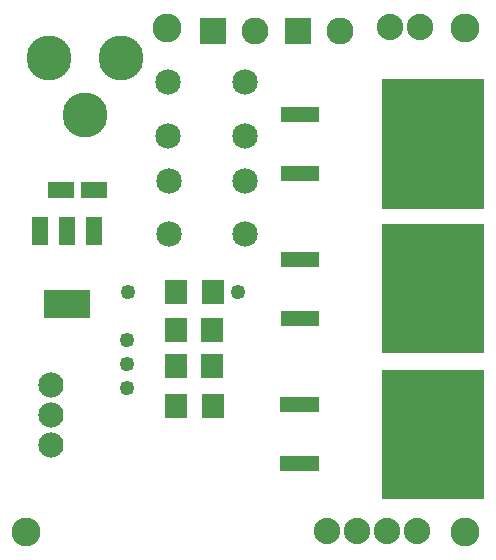
<source format=gts>
G04 MADE WITH FRITZING*
G04 WWW.FRITZING.ORG*
G04 DOUBLE SIDED*
G04 HOLES PLATED*
G04 CONTOUR ON CENTER OF CONTOUR VECTOR*
%ASAXBY*%
%FSLAX23Y23*%
%MOIN*%
%OFA0B0*%
%SFA1.0B1.0*%
%ADD10C,0.088000*%
%ADD11C,0.049370*%
%ADD12C,0.085000*%
%ADD13C,0.096614*%
%ADD14C,0.084000*%
%ADD15C,0.150000*%
%ADD16C,0.090000*%
%ADD17R,0.072992X0.084803*%
%ADD18R,0.088740X0.057244*%
%ADD19R,0.058000X0.098000*%
%ADD20R,0.151732X0.096614*%
%ADD21R,0.090000X0.090000*%
%ADD22R,0.001000X0.001000*%
%LNMASK1*%
G90*
G70*
G54D10*
X1387Y86D03*
X1287Y86D03*
X1187Y86D03*
X1087Y86D03*
G54D11*
X422Y724D03*
X422Y644D03*
X422Y563D03*
G54D12*
X814Y1404D03*
X559Y1404D03*
X814Y1581D03*
X559Y1581D03*
X815Y1076D03*
X560Y1076D03*
X815Y1253D03*
X560Y1253D03*
G54D11*
X791Y882D03*
X425Y882D03*
G54D13*
X1548Y1763D03*
X1547Y82D03*
X86Y84D03*
X555Y1764D03*
G54D14*
X168Y574D03*
X168Y474D03*
X168Y374D03*
X168Y574D03*
X168Y474D03*
X168Y374D03*
G54D15*
X401Y1661D03*
X161Y1661D03*
X281Y1471D03*
G54D16*
X993Y1753D03*
X1131Y1753D03*
X709Y1752D03*
X847Y1752D03*
G54D10*
X1399Y1766D03*
X1299Y1766D03*
X1399Y1766D03*
X1299Y1766D03*
G54D17*
X706Y755D03*
X584Y755D03*
X706Y637D03*
X584Y637D03*
X707Y504D03*
X585Y504D03*
X585Y883D03*
X707Y883D03*
G54D18*
X200Y1224D03*
X310Y1224D03*
G54D19*
X312Y1086D03*
X221Y1086D03*
X130Y1086D03*
G54D20*
X221Y842D03*
G54D21*
X993Y1753D03*
X709Y1752D03*
G54D22*
X1272Y1591D02*
X1612Y1591D01*
X1272Y1590D02*
X1612Y1590D01*
X1272Y1589D02*
X1612Y1589D01*
X1272Y1588D02*
X1612Y1588D01*
X1272Y1587D02*
X1612Y1587D01*
X1272Y1586D02*
X1612Y1586D01*
X1272Y1585D02*
X1612Y1585D01*
X1272Y1584D02*
X1612Y1584D01*
X1272Y1583D02*
X1612Y1583D01*
X1272Y1582D02*
X1612Y1582D01*
X1272Y1581D02*
X1612Y1581D01*
X1272Y1580D02*
X1612Y1580D01*
X1272Y1579D02*
X1612Y1579D01*
X1272Y1578D02*
X1612Y1578D01*
X1272Y1577D02*
X1612Y1577D01*
X1272Y1576D02*
X1612Y1576D01*
X1272Y1575D02*
X1612Y1575D01*
X1272Y1574D02*
X1612Y1574D01*
X1272Y1573D02*
X1612Y1573D01*
X1272Y1572D02*
X1612Y1572D01*
X1272Y1571D02*
X1612Y1571D01*
X1272Y1570D02*
X1612Y1570D01*
X1272Y1569D02*
X1612Y1569D01*
X1272Y1568D02*
X1612Y1568D01*
X1272Y1567D02*
X1612Y1567D01*
X1272Y1566D02*
X1612Y1566D01*
X1272Y1565D02*
X1612Y1565D01*
X1272Y1564D02*
X1612Y1564D01*
X1272Y1563D02*
X1612Y1563D01*
X1272Y1562D02*
X1612Y1562D01*
X1272Y1561D02*
X1612Y1561D01*
X1272Y1560D02*
X1612Y1560D01*
X1272Y1559D02*
X1612Y1559D01*
X1272Y1558D02*
X1612Y1558D01*
X1272Y1557D02*
X1612Y1557D01*
X1272Y1556D02*
X1612Y1556D01*
X1272Y1555D02*
X1612Y1555D01*
X1272Y1554D02*
X1612Y1554D01*
X1272Y1553D02*
X1612Y1553D01*
X1272Y1552D02*
X1612Y1552D01*
X1272Y1551D02*
X1612Y1551D01*
X1272Y1550D02*
X1612Y1550D01*
X1272Y1549D02*
X1612Y1549D01*
X1272Y1548D02*
X1612Y1548D01*
X1272Y1547D02*
X1612Y1547D01*
X1272Y1546D02*
X1612Y1546D01*
X1272Y1545D02*
X1612Y1545D01*
X1272Y1544D02*
X1612Y1544D01*
X1272Y1543D02*
X1612Y1543D01*
X1272Y1542D02*
X1612Y1542D01*
X1272Y1541D02*
X1612Y1541D01*
X1272Y1540D02*
X1612Y1540D01*
X1272Y1539D02*
X1612Y1539D01*
X1272Y1538D02*
X1612Y1538D01*
X1272Y1537D02*
X1612Y1537D01*
X1272Y1536D02*
X1612Y1536D01*
X1272Y1535D02*
X1612Y1535D01*
X1272Y1534D02*
X1612Y1534D01*
X1272Y1533D02*
X1612Y1533D01*
X1272Y1532D02*
X1612Y1532D01*
X1272Y1531D02*
X1612Y1531D01*
X1272Y1530D02*
X1612Y1530D01*
X1272Y1529D02*
X1612Y1529D01*
X1272Y1528D02*
X1612Y1528D01*
X1272Y1527D02*
X1612Y1527D01*
X1272Y1526D02*
X1612Y1526D01*
X1272Y1525D02*
X1612Y1525D01*
X1272Y1524D02*
X1612Y1524D01*
X1272Y1523D02*
X1612Y1523D01*
X1272Y1522D02*
X1612Y1522D01*
X1272Y1521D02*
X1612Y1521D01*
X1272Y1520D02*
X1612Y1520D01*
X1272Y1519D02*
X1612Y1519D01*
X1272Y1518D02*
X1612Y1518D01*
X1272Y1517D02*
X1612Y1517D01*
X1272Y1516D02*
X1612Y1516D01*
X1272Y1515D02*
X1612Y1515D01*
X1272Y1514D02*
X1612Y1514D01*
X1272Y1513D02*
X1612Y1513D01*
X1272Y1512D02*
X1612Y1512D01*
X1272Y1511D02*
X1612Y1511D01*
X1272Y1510D02*
X1612Y1510D01*
X1272Y1509D02*
X1612Y1509D01*
X1272Y1508D02*
X1612Y1508D01*
X1272Y1507D02*
X1612Y1507D01*
X1272Y1506D02*
X1612Y1506D01*
X1272Y1505D02*
X1612Y1505D01*
X1272Y1504D02*
X1612Y1504D01*
X1272Y1503D02*
X1612Y1503D01*
X1272Y1502D02*
X1612Y1502D01*
X1272Y1501D02*
X1612Y1501D01*
X1272Y1500D02*
X1612Y1500D01*
X934Y1499D02*
X1060Y1499D01*
X1272Y1499D02*
X1612Y1499D01*
X934Y1498D02*
X1061Y1498D01*
X1272Y1498D02*
X1612Y1498D01*
X934Y1497D02*
X1061Y1497D01*
X1272Y1497D02*
X1612Y1497D01*
X934Y1496D02*
X1061Y1496D01*
X1272Y1496D02*
X1612Y1496D01*
X934Y1495D02*
X1061Y1495D01*
X1272Y1495D02*
X1612Y1495D01*
X934Y1494D02*
X1061Y1494D01*
X1272Y1494D02*
X1612Y1494D01*
X934Y1493D02*
X1061Y1493D01*
X1272Y1493D02*
X1612Y1493D01*
X934Y1492D02*
X1061Y1492D01*
X1272Y1492D02*
X1612Y1492D01*
X934Y1491D02*
X1061Y1491D01*
X1272Y1491D02*
X1612Y1491D01*
X934Y1490D02*
X1061Y1490D01*
X1272Y1490D02*
X1612Y1490D01*
X934Y1489D02*
X1061Y1489D01*
X1272Y1489D02*
X1612Y1489D01*
X934Y1488D02*
X1061Y1488D01*
X1272Y1488D02*
X1612Y1488D01*
X934Y1487D02*
X1061Y1487D01*
X1272Y1487D02*
X1612Y1487D01*
X934Y1486D02*
X1061Y1486D01*
X1272Y1486D02*
X1612Y1486D01*
X934Y1485D02*
X1061Y1485D01*
X1272Y1485D02*
X1612Y1485D01*
X934Y1484D02*
X1061Y1484D01*
X1272Y1484D02*
X1612Y1484D01*
X934Y1483D02*
X1061Y1483D01*
X1272Y1483D02*
X1612Y1483D01*
X934Y1482D02*
X1061Y1482D01*
X1272Y1482D02*
X1612Y1482D01*
X934Y1481D02*
X1061Y1481D01*
X1272Y1481D02*
X1612Y1481D01*
X934Y1480D02*
X1061Y1480D01*
X1272Y1480D02*
X1612Y1480D01*
X934Y1479D02*
X1061Y1479D01*
X1272Y1479D02*
X1612Y1479D01*
X934Y1478D02*
X1061Y1478D01*
X1272Y1478D02*
X1612Y1478D01*
X934Y1477D02*
X1061Y1477D01*
X1272Y1477D02*
X1612Y1477D01*
X934Y1476D02*
X1061Y1476D01*
X1272Y1476D02*
X1612Y1476D01*
X934Y1475D02*
X1061Y1475D01*
X1272Y1475D02*
X1612Y1475D01*
X934Y1474D02*
X1061Y1474D01*
X1272Y1474D02*
X1612Y1474D01*
X934Y1473D02*
X1061Y1473D01*
X1272Y1473D02*
X1612Y1473D01*
X934Y1472D02*
X1061Y1472D01*
X1272Y1472D02*
X1612Y1472D01*
X934Y1471D02*
X1061Y1471D01*
X1272Y1471D02*
X1612Y1471D01*
X934Y1470D02*
X1061Y1470D01*
X1272Y1470D02*
X1612Y1470D01*
X934Y1469D02*
X1061Y1469D01*
X1272Y1469D02*
X1612Y1469D01*
X934Y1468D02*
X1061Y1468D01*
X1272Y1468D02*
X1612Y1468D01*
X934Y1467D02*
X1061Y1467D01*
X1272Y1467D02*
X1612Y1467D01*
X934Y1466D02*
X1061Y1466D01*
X1272Y1466D02*
X1612Y1466D01*
X934Y1465D02*
X1061Y1465D01*
X1272Y1465D02*
X1612Y1465D01*
X934Y1464D02*
X1061Y1464D01*
X1272Y1464D02*
X1612Y1464D01*
X934Y1463D02*
X1061Y1463D01*
X1272Y1463D02*
X1612Y1463D01*
X934Y1462D02*
X1061Y1462D01*
X1272Y1462D02*
X1612Y1462D01*
X934Y1461D02*
X1061Y1461D01*
X1272Y1461D02*
X1612Y1461D01*
X934Y1460D02*
X1061Y1460D01*
X1272Y1460D02*
X1612Y1460D01*
X934Y1459D02*
X1061Y1459D01*
X1272Y1459D02*
X1612Y1459D01*
X934Y1458D02*
X1061Y1458D01*
X1272Y1458D02*
X1612Y1458D01*
X934Y1457D02*
X1061Y1457D01*
X1272Y1457D02*
X1612Y1457D01*
X934Y1456D02*
X1061Y1456D01*
X1272Y1456D02*
X1612Y1456D01*
X934Y1455D02*
X1061Y1455D01*
X1272Y1455D02*
X1612Y1455D01*
X934Y1454D02*
X1061Y1454D01*
X1272Y1454D02*
X1612Y1454D01*
X934Y1453D02*
X1061Y1453D01*
X1272Y1453D02*
X1612Y1453D01*
X934Y1452D02*
X1061Y1452D01*
X1272Y1452D02*
X1612Y1452D01*
X934Y1451D02*
X1061Y1451D01*
X1272Y1451D02*
X1612Y1451D01*
X934Y1450D02*
X1060Y1450D01*
X1272Y1450D02*
X1612Y1450D01*
X1272Y1449D02*
X1612Y1449D01*
X1272Y1448D02*
X1612Y1448D01*
X1272Y1447D02*
X1612Y1447D01*
X1272Y1446D02*
X1612Y1446D01*
X1272Y1445D02*
X1612Y1445D01*
X1272Y1444D02*
X1612Y1444D01*
X1272Y1443D02*
X1612Y1443D01*
X1272Y1442D02*
X1612Y1442D01*
X1272Y1441D02*
X1612Y1441D01*
X1272Y1440D02*
X1612Y1440D01*
X1272Y1439D02*
X1612Y1439D01*
X1272Y1438D02*
X1612Y1438D01*
X1272Y1437D02*
X1612Y1437D01*
X1272Y1436D02*
X1612Y1436D01*
X1272Y1435D02*
X1612Y1435D01*
X1272Y1434D02*
X1612Y1434D01*
X1272Y1433D02*
X1612Y1433D01*
X1272Y1432D02*
X1612Y1432D01*
X1272Y1431D02*
X1612Y1431D01*
X1272Y1430D02*
X1612Y1430D01*
X1272Y1429D02*
X1612Y1429D01*
X1272Y1428D02*
X1612Y1428D01*
X1272Y1427D02*
X1612Y1427D01*
X1272Y1426D02*
X1612Y1426D01*
X1272Y1425D02*
X1612Y1425D01*
X1272Y1424D02*
X1612Y1424D01*
X1272Y1423D02*
X1612Y1423D01*
X1272Y1422D02*
X1612Y1422D01*
X1272Y1421D02*
X1612Y1421D01*
X1272Y1420D02*
X1612Y1420D01*
X1272Y1419D02*
X1612Y1419D01*
X1272Y1418D02*
X1612Y1418D01*
X1272Y1417D02*
X1612Y1417D01*
X1272Y1416D02*
X1612Y1416D01*
X1272Y1415D02*
X1612Y1415D01*
X1272Y1414D02*
X1612Y1414D01*
X1272Y1413D02*
X1612Y1413D01*
X1272Y1412D02*
X1612Y1412D01*
X1272Y1411D02*
X1612Y1411D01*
X1272Y1410D02*
X1612Y1410D01*
X1272Y1409D02*
X1612Y1409D01*
X1272Y1408D02*
X1612Y1408D01*
X1272Y1407D02*
X1612Y1407D01*
X1272Y1406D02*
X1612Y1406D01*
X1272Y1405D02*
X1612Y1405D01*
X1272Y1404D02*
X1612Y1404D01*
X1272Y1403D02*
X1612Y1403D01*
X1272Y1402D02*
X1612Y1402D01*
X1272Y1401D02*
X1612Y1401D01*
X1272Y1400D02*
X1612Y1400D01*
X1272Y1399D02*
X1612Y1399D01*
X1272Y1398D02*
X1612Y1398D01*
X1272Y1397D02*
X1612Y1397D01*
X1272Y1396D02*
X1612Y1396D01*
X1272Y1395D02*
X1612Y1395D01*
X1272Y1394D02*
X1612Y1394D01*
X1272Y1393D02*
X1612Y1393D01*
X1272Y1392D02*
X1612Y1392D01*
X1272Y1391D02*
X1612Y1391D01*
X1272Y1390D02*
X1612Y1390D01*
X1272Y1389D02*
X1612Y1389D01*
X1272Y1388D02*
X1612Y1388D01*
X1272Y1387D02*
X1612Y1387D01*
X1272Y1386D02*
X1612Y1386D01*
X1272Y1385D02*
X1612Y1385D01*
X1272Y1384D02*
X1612Y1384D01*
X1272Y1383D02*
X1612Y1383D01*
X1272Y1382D02*
X1612Y1382D01*
X1272Y1381D02*
X1612Y1381D01*
X1272Y1380D02*
X1612Y1380D01*
X1272Y1379D02*
X1612Y1379D01*
X1272Y1378D02*
X1612Y1378D01*
X1272Y1377D02*
X1612Y1377D01*
X1272Y1376D02*
X1612Y1376D01*
X1272Y1375D02*
X1612Y1375D01*
X1272Y1374D02*
X1612Y1374D01*
X1272Y1373D02*
X1612Y1373D01*
X1272Y1372D02*
X1612Y1372D01*
X1272Y1371D02*
X1612Y1371D01*
X1272Y1370D02*
X1612Y1370D01*
X1272Y1369D02*
X1612Y1369D01*
X1272Y1368D02*
X1612Y1368D01*
X1272Y1367D02*
X1612Y1367D01*
X1272Y1366D02*
X1612Y1366D01*
X1272Y1365D02*
X1612Y1365D01*
X1272Y1364D02*
X1612Y1364D01*
X1272Y1363D02*
X1612Y1363D01*
X1272Y1362D02*
X1612Y1362D01*
X1272Y1361D02*
X1612Y1361D01*
X1272Y1360D02*
X1612Y1360D01*
X1272Y1359D02*
X1612Y1359D01*
X1272Y1358D02*
X1612Y1358D01*
X1272Y1357D02*
X1612Y1357D01*
X1272Y1356D02*
X1612Y1356D01*
X1272Y1355D02*
X1612Y1355D01*
X1272Y1354D02*
X1612Y1354D01*
X1272Y1353D02*
X1612Y1353D01*
X1272Y1352D02*
X1612Y1352D01*
X1272Y1351D02*
X1612Y1351D01*
X1272Y1350D02*
X1612Y1350D01*
X1272Y1349D02*
X1612Y1349D01*
X1272Y1348D02*
X1612Y1348D01*
X1272Y1347D02*
X1612Y1347D01*
X1272Y1346D02*
X1612Y1346D01*
X1272Y1345D02*
X1612Y1345D01*
X1272Y1344D02*
X1612Y1344D01*
X1272Y1343D02*
X1612Y1343D01*
X1272Y1342D02*
X1612Y1342D01*
X1272Y1341D02*
X1612Y1341D01*
X1272Y1340D02*
X1612Y1340D01*
X1272Y1339D02*
X1612Y1339D01*
X1272Y1338D02*
X1612Y1338D01*
X1272Y1337D02*
X1612Y1337D01*
X1272Y1336D02*
X1612Y1336D01*
X1272Y1335D02*
X1612Y1335D01*
X1272Y1334D02*
X1612Y1334D01*
X1272Y1333D02*
X1612Y1333D01*
X1272Y1332D02*
X1612Y1332D01*
X1272Y1331D02*
X1612Y1331D01*
X1272Y1330D02*
X1612Y1330D01*
X1272Y1329D02*
X1612Y1329D01*
X1272Y1328D02*
X1612Y1328D01*
X1272Y1327D02*
X1612Y1327D01*
X1272Y1326D02*
X1612Y1326D01*
X1272Y1325D02*
X1612Y1325D01*
X1272Y1324D02*
X1612Y1324D01*
X1272Y1323D02*
X1612Y1323D01*
X1272Y1322D02*
X1612Y1322D01*
X1272Y1321D02*
X1612Y1321D01*
X1272Y1320D02*
X1612Y1320D01*
X1272Y1319D02*
X1612Y1319D01*
X1272Y1318D02*
X1612Y1318D01*
X1272Y1317D02*
X1612Y1317D01*
X1272Y1316D02*
X1612Y1316D01*
X1272Y1315D02*
X1612Y1315D01*
X1272Y1314D02*
X1612Y1314D01*
X1272Y1313D02*
X1612Y1313D01*
X1272Y1312D02*
X1612Y1312D01*
X1272Y1311D02*
X1612Y1311D01*
X1272Y1310D02*
X1612Y1310D01*
X1272Y1309D02*
X1612Y1309D01*
X1272Y1308D02*
X1612Y1308D01*
X1272Y1307D02*
X1612Y1307D01*
X1272Y1306D02*
X1612Y1306D01*
X1272Y1305D02*
X1612Y1305D01*
X1272Y1304D02*
X1612Y1304D01*
X1272Y1303D02*
X1612Y1303D01*
X934Y1302D02*
X1061Y1302D01*
X1272Y1302D02*
X1612Y1302D01*
X934Y1301D02*
X1061Y1301D01*
X1272Y1301D02*
X1612Y1301D01*
X934Y1300D02*
X1061Y1300D01*
X1272Y1300D02*
X1612Y1300D01*
X934Y1299D02*
X1061Y1299D01*
X1272Y1299D02*
X1612Y1299D01*
X934Y1298D02*
X1061Y1298D01*
X1272Y1298D02*
X1612Y1298D01*
X934Y1297D02*
X1061Y1297D01*
X1272Y1297D02*
X1612Y1297D01*
X934Y1296D02*
X1061Y1296D01*
X1272Y1296D02*
X1612Y1296D01*
X934Y1295D02*
X1061Y1295D01*
X1272Y1295D02*
X1612Y1295D01*
X934Y1294D02*
X1061Y1294D01*
X1272Y1294D02*
X1612Y1294D01*
X934Y1293D02*
X1061Y1293D01*
X1272Y1293D02*
X1612Y1293D01*
X934Y1292D02*
X1061Y1292D01*
X1272Y1292D02*
X1612Y1292D01*
X934Y1291D02*
X1061Y1291D01*
X1272Y1291D02*
X1612Y1291D01*
X934Y1290D02*
X1061Y1290D01*
X1272Y1290D02*
X1612Y1290D01*
X934Y1289D02*
X1061Y1289D01*
X1272Y1289D02*
X1612Y1289D01*
X934Y1288D02*
X1061Y1288D01*
X1272Y1288D02*
X1612Y1288D01*
X934Y1287D02*
X1061Y1287D01*
X1272Y1287D02*
X1612Y1287D01*
X934Y1286D02*
X1061Y1286D01*
X1272Y1286D02*
X1612Y1286D01*
X934Y1285D02*
X1061Y1285D01*
X1272Y1285D02*
X1612Y1285D01*
X934Y1284D02*
X1061Y1284D01*
X1272Y1284D02*
X1612Y1284D01*
X934Y1283D02*
X1061Y1283D01*
X1272Y1283D02*
X1612Y1283D01*
X934Y1282D02*
X1061Y1282D01*
X1272Y1282D02*
X1612Y1282D01*
X934Y1281D02*
X1061Y1281D01*
X1272Y1281D02*
X1612Y1281D01*
X934Y1280D02*
X1061Y1280D01*
X1272Y1280D02*
X1612Y1280D01*
X934Y1279D02*
X1061Y1279D01*
X1272Y1279D02*
X1612Y1279D01*
X934Y1278D02*
X1061Y1278D01*
X1272Y1278D02*
X1612Y1278D01*
X934Y1277D02*
X1061Y1277D01*
X1272Y1277D02*
X1612Y1277D01*
X934Y1276D02*
X1061Y1276D01*
X1272Y1276D02*
X1612Y1276D01*
X934Y1275D02*
X1061Y1275D01*
X1272Y1275D02*
X1612Y1275D01*
X934Y1274D02*
X1061Y1274D01*
X1272Y1274D02*
X1612Y1274D01*
X934Y1273D02*
X1061Y1273D01*
X1272Y1273D02*
X1612Y1273D01*
X934Y1272D02*
X1061Y1272D01*
X1272Y1272D02*
X1612Y1272D01*
X934Y1271D02*
X1061Y1271D01*
X1272Y1271D02*
X1612Y1271D01*
X934Y1270D02*
X1061Y1270D01*
X1272Y1270D02*
X1612Y1270D01*
X934Y1269D02*
X1061Y1269D01*
X1272Y1269D02*
X1612Y1269D01*
X934Y1268D02*
X1061Y1268D01*
X1272Y1268D02*
X1612Y1268D01*
X934Y1267D02*
X1061Y1267D01*
X1272Y1267D02*
X1612Y1267D01*
X934Y1266D02*
X1061Y1266D01*
X1272Y1266D02*
X1612Y1266D01*
X934Y1265D02*
X1061Y1265D01*
X1272Y1265D02*
X1612Y1265D01*
X934Y1264D02*
X1061Y1264D01*
X1272Y1264D02*
X1612Y1264D01*
X934Y1263D02*
X1061Y1263D01*
X1272Y1263D02*
X1612Y1263D01*
X934Y1262D02*
X1061Y1262D01*
X1272Y1262D02*
X1612Y1262D01*
X934Y1261D02*
X1061Y1261D01*
X1272Y1261D02*
X1612Y1261D01*
X934Y1260D02*
X1061Y1260D01*
X1272Y1260D02*
X1612Y1260D01*
X934Y1259D02*
X1061Y1259D01*
X1272Y1259D02*
X1612Y1259D01*
X934Y1258D02*
X1061Y1258D01*
X1272Y1258D02*
X1612Y1258D01*
X934Y1257D02*
X1061Y1257D01*
X1272Y1257D02*
X1612Y1257D01*
X934Y1256D02*
X1061Y1256D01*
X1272Y1256D02*
X1612Y1256D01*
X934Y1255D02*
X1061Y1255D01*
X1272Y1255D02*
X1612Y1255D01*
X934Y1254D02*
X1061Y1254D01*
X1272Y1254D02*
X1612Y1254D01*
X1272Y1253D02*
X1612Y1253D01*
X1272Y1252D02*
X1612Y1252D01*
X1272Y1251D02*
X1612Y1251D01*
X1272Y1250D02*
X1612Y1250D01*
X1272Y1249D02*
X1612Y1249D01*
X1272Y1248D02*
X1612Y1248D01*
X1272Y1247D02*
X1612Y1247D01*
X1272Y1246D02*
X1612Y1246D01*
X1272Y1245D02*
X1612Y1245D01*
X1272Y1244D02*
X1612Y1244D01*
X1272Y1243D02*
X1612Y1243D01*
X1272Y1242D02*
X1612Y1242D01*
X1272Y1241D02*
X1612Y1241D01*
X1272Y1240D02*
X1612Y1240D01*
X1272Y1239D02*
X1612Y1239D01*
X1272Y1238D02*
X1612Y1238D01*
X1272Y1237D02*
X1612Y1237D01*
X1272Y1236D02*
X1612Y1236D01*
X1272Y1235D02*
X1612Y1235D01*
X1272Y1234D02*
X1612Y1234D01*
X1272Y1233D02*
X1612Y1233D01*
X1272Y1232D02*
X1612Y1232D01*
X1272Y1231D02*
X1612Y1231D01*
X1272Y1230D02*
X1612Y1230D01*
X1272Y1229D02*
X1612Y1229D01*
X1272Y1228D02*
X1612Y1228D01*
X1272Y1227D02*
X1612Y1227D01*
X1272Y1226D02*
X1612Y1226D01*
X1272Y1225D02*
X1612Y1225D01*
X1272Y1224D02*
X1612Y1224D01*
X1272Y1223D02*
X1612Y1223D01*
X1272Y1222D02*
X1612Y1222D01*
X1272Y1221D02*
X1612Y1221D01*
X1272Y1220D02*
X1612Y1220D01*
X1272Y1219D02*
X1612Y1219D01*
X1272Y1218D02*
X1612Y1218D01*
X1272Y1217D02*
X1612Y1217D01*
X1272Y1216D02*
X1612Y1216D01*
X1272Y1215D02*
X1612Y1215D01*
X1272Y1214D02*
X1612Y1214D01*
X1272Y1213D02*
X1612Y1213D01*
X1272Y1212D02*
X1612Y1212D01*
X1272Y1211D02*
X1612Y1211D01*
X1272Y1210D02*
X1612Y1210D01*
X1272Y1209D02*
X1612Y1209D01*
X1272Y1208D02*
X1612Y1208D01*
X1272Y1207D02*
X1612Y1207D01*
X1272Y1206D02*
X1612Y1206D01*
X1272Y1205D02*
X1612Y1205D01*
X1272Y1204D02*
X1612Y1204D01*
X1272Y1203D02*
X1612Y1203D01*
X1272Y1202D02*
X1612Y1202D01*
X1272Y1201D02*
X1612Y1201D01*
X1272Y1200D02*
X1612Y1200D01*
X1272Y1199D02*
X1612Y1199D01*
X1272Y1198D02*
X1612Y1198D01*
X1272Y1197D02*
X1612Y1197D01*
X1272Y1196D02*
X1612Y1196D01*
X1272Y1195D02*
X1612Y1195D01*
X1272Y1194D02*
X1612Y1194D01*
X1272Y1193D02*
X1612Y1193D01*
X1272Y1192D02*
X1612Y1192D01*
X1272Y1191D02*
X1612Y1191D01*
X1272Y1190D02*
X1612Y1190D01*
X1272Y1189D02*
X1612Y1189D01*
X1272Y1188D02*
X1612Y1188D01*
X1272Y1187D02*
X1612Y1187D01*
X1272Y1186D02*
X1612Y1186D01*
X1272Y1185D02*
X1612Y1185D01*
X1272Y1184D02*
X1612Y1184D01*
X1272Y1183D02*
X1612Y1183D01*
X1272Y1182D02*
X1612Y1182D01*
X1272Y1181D02*
X1612Y1181D01*
X1272Y1180D02*
X1612Y1180D01*
X1272Y1179D02*
X1612Y1179D01*
X1272Y1178D02*
X1612Y1178D01*
X1272Y1177D02*
X1612Y1177D01*
X1272Y1176D02*
X1612Y1176D01*
X1272Y1175D02*
X1612Y1175D01*
X1272Y1174D02*
X1612Y1174D01*
X1272Y1173D02*
X1612Y1173D01*
X1272Y1172D02*
X1612Y1172D01*
X1272Y1171D02*
X1612Y1171D01*
X1272Y1170D02*
X1612Y1170D01*
X1272Y1169D02*
X1612Y1169D01*
X1272Y1168D02*
X1612Y1168D01*
X1272Y1167D02*
X1612Y1167D01*
X1272Y1166D02*
X1612Y1166D01*
X1272Y1165D02*
X1612Y1165D01*
X1272Y1164D02*
X1612Y1164D01*
X1272Y1163D02*
X1612Y1163D01*
X1272Y1162D02*
X1612Y1162D01*
X1272Y1161D02*
X1612Y1161D01*
X1272Y1109D02*
X1612Y1109D01*
X1272Y1108D02*
X1612Y1108D01*
X1272Y1107D02*
X1612Y1107D01*
X1272Y1106D02*
X1612Y1106D01*
X1272Y1105D02*
X1612Y1105D01*
X1272Y1104D02*
X1612Y1104D01*
X1272Y1103D02*
X1612Y1103D01*
X1272Y1102D02*
X1612Y1102D01*
X1272Y1101D02*
X1612Y1101D01*
X1272Y1100D02*
X1612Y1100D01*
X1272Y1099D02*
X1612Y1099D01*
X1272Y1098D02*
X1612Y1098D01*
X1272Y1097D02*
X1612Y1097D01*
X1272Y1096D02*
X1612Y1096D01*
X1272Y1095D02*
X1612Y1095D01*
X1272Y1094D02*
X1612Y1094D01*
X1272Y1093D02*
X1612Y1093D01*
X1272Y1092D02*
X1612Y1092D01*
X1272Y1091D02*
X1612Y1091D01*
X1272Y1090D02*
X1612Y1090D01*
X1272Y1089D02*
X1612Y1089D01*
X1272Y1088D02*
X1612Y1088D01*
X1272Y1087D02*
X1612Y1087D01*
X1272Y1086D02*
X1612Y1086D01*
X1272Y1085D02*
X1612Y1085D01*
X1272Y1084D02*
X1612Y1084D01*
X1272Y1083D02*
X1612Y1083D01*
X1272Y1082D02*
X1612Y1082D01*
X1272Y1081D02*
X1612Y1081D01*
X1272Y1080D02*
X1612Y1080D01*
X1272Y1079D02*
X1612Y1079D01*
X1272Y1078D02*
X1612Y1078D01*
X1272Y1077D02*
X1612Y1077D01*
X1272Y1076D02*
X1612Y1076D01*
X1272Y1075D02*
X1612Y1075D01*
X1272Y1074D02*
X1612Y1074D01*
X1272Y1073D02*
X1612Y1073D01*
X1272Y1072D02*
X1612Y1072D01*
X1272Y1071D02*
X1612Y1071D01*
X1272Y1070D02*
X1612Y1070D01*
X1272Y1069D02*
X1612Y1069D01*
X1272Y1068D02*
X1612Y1068D01*
X1272Y1067D02*
X1612Y1067D01*
X1272Y1066D02*
X1612Y1066D01*
X1272Y1065D02*
X1612Y1065D01*
X1272Y1064D02*
X1612Y1064D01*
X1272Y1063D02*
X1612Y1063D01*
X1272Y1062D02*
X1612Y1062D01*
X1272Y1061D02*
X1612Y1061D01*
X1272Y1060D02*
X1612Y1060D01*
X1272Y1059D02*
X1612Y1059D01*
X1272Y1058D02*
X1612Y1058D01*
X1272Y1057D02*
X1612Y1057D01*
X1272Y1056D02*
X1612Y1056D01*
X1272Y1055D02*
X1612Y1055D01*
X1272Y1054D02*
X1612Y1054D01*
X1272Y1053D02*
X1612Y1053D01*
X1272Y1052D02*
X1612Y1052D01*
X1272Y1051D02*
X1612Y1051D01*
X1272Y1050D02*
X1612Y1050D01*
X1272Y1049D02*
X1612Y1049D01*
X1272Y1048D02*
X1612Y1048D01*
X1272Y1047D02*
X1612Y1047D01*
X1272Y1046D02*
X1612Y1046D01*
X1272Y1045D02*
X1612Y1045D01*
X1272Y1044D02*
X1612Y1044D01*
X1272Y1043D02*
X1612Y1043D01*
X1272Y1042D02*
X1612Y1042D01*
X1272Y1041D02*
X1612Y1041D01*
X1272Y1040D02*
X1612Y1040D01*
X1272Y1039D02*
X1612Y1039D01*
X1272Y1038D02*
X1612Y1038D01*
X1272Y1037D02*
X1612Y1037D01*
X1272Y1036D02*
X1612Y1036D01*
X1272Y1035D02*
X1612Y1035D01*
X1272Y1034D02*
X1612Y1034D01*
X1272Y1033D02*
X1612Y1033D01*
X1272Y1032D02*
X1612Y1032D01*
X1272Y1031D02*
X1612Y1031D01*
X1272Y1030D02*
X1612Y1030D01*
X1272Y1029D02*
X1612Y1029D01*
X1272Y1028D02*
X1612Y1028D01*
X1272Y1027D02*
X1612Y1027D01*
X1272Y1026D02*
X1612Y1026D01*
X1272Y1025D02*
X1612Y1025D01*
X1272Y1024D02*
X1612Y1024D01*
X1272Y1023D02*
X1612Y1023D01*
X1272Y1022D02*
X1612Y1022D01*
X1272Y1021D02*
X1612Y1021D01*
X1272Y1020D02*
X1612Y1020D01*
X1272Y1019D02*
X1612Y1019D01*
X1272Y1018D02*
X1612Y1018D01*
X1272Y1017D02*
X1612Y1017D01*
X934Y1016D02*
X1061Y1016D01*
X1272Y1016D02*
X1612Y1016D01*
X934Y1015D02*
X1061Y1015D01*
X1272Y1015D02*
X1612Y1015D01*
X934Y1014D02*
X1061Y1014D01*
X1272Y1014D02*
X1612Y1014D01*
X934Y1013D02*
X1061Y1013D01*
X1272Y1013D02*
X1612Y1013D01*
X934Y1012D02*
X1061Y1012D01*
X1272Y1012D02*
X1612Y1012D01*
X934Y1011D02*
X1061Y1011D01*
X1272Y1011D02*
X1612Y1011D01*
X934Y1010D02*
X1061Y1010D01*
X1272Y1010D02*
X1612Y1010D01*
X934Y1009D02*
X1061Y1009D01*
X1272Y1009D02*
X1612Y1009D01*
X934Y1008D02*
X1061Y1008D01*
X1272Y1008D02*
X1612Y1008D01*
X934Y1007D02*
X1061Y1007D01*
X1272Y1007D02*
X1612Y1007D01*
X934Y1006D02*
X1061Y1006D01*
X1272Y1006D02*
X1612Y1006D01*
X934Y1005D02*
X1061Y1005D01*
X1272Y1005D02*
X1612Y1005D01*
X934Y1004D02*
X1061Y1004D01*
X1272Y1004D02*
X1612Y1004D01*
X934Y1003D02*
X1061Y1003D01*
X1272Y1003D02*
X1612Y1003D01*
X934Y1002D02*
X1061Y1002D01*
X1272Y1002D02*
X1612Y1002D01*
X934Y1001D02*
X1061Y1001D01*
X1272Y1001D02*
X1612Y1001D01*
X934Y1000D02*
X1061Y1000D01*
X1272Y1000D02*
X1612Y1000D01*
X934Y999D02*
X1061Y999D01*
X1272Y999D02*
X1612Y999D01*
X934Y998D02*
X1061Y998D01*
X1272Y998D02*
X1612Y998D01*
X934Y997D02*
X1061Y997D01*
X1272Y997D02*
X1612Y997D01*
X934Y996D02*
X1061Y996D01*
X1272Y996D02*
X1612Y996D01*
X934Y995D02*
X1061Y995D01*
X1272Y995D02*
X1612Y995D01*
X934Y994D02*
X1061Y994D01*
X1272Y994D02*
X1612Y994D01*
X934Y993D02*
X1061Y993D01*
X1272Y993D02*
X1612Y993D01*
X934Y992D02*
X1061Y992D01*
X1272Y992D02*
X1612Y992D01*
X934Y991D02*
X1061Y991D01*
X1272Y991D02*
X1612Y991D01*
X934Y990D02*
X1061Y990D01*
X1272Y990D02*
X1612Y990D01*
X934Y989D02*
X1061Y989D01*
X1272Y989D02*
X1612Y989D01*
X934Y988D02*
X1061Y988D01*
X1272Y988D02*
X1612Y988D01*
X934Y987D02*
X1061Y987D01*
X1272Y987D02*
X1612Y987D01*
X934Y986D02*
X1061Y986D01*
X1272Y986D02*
X1612Y986D01*
X934Y985D02*
X1061Y985D01*
X1272Y985D02*
X1612Y985D01*
X934Y984D02*
X1061Y984D01*
X1272Y984D02*
X1612Y984D01*
X934Y983D02*
X1061Y983D01*
X1272Y983D02*
X1612Y983D01*
X934Y982D02*
X1061Y982D01*
X1272Y982D02*
X1612Y982D01*
X934Y981D02*
X1061Y981D01*
X1272Y981D02*
X1612Y981D01*
X934Y980D02*
X1061Y980D01*
X1272Y980D02*
X1612Y980D01*
X934Y979D02*
X1061Y979D01*
X1272Y979D02*
X1612Y979D01*
X934Y978D02*
X1061Y978D01*
X1272Y978D02*
X1612Y978D01*
X934Y977D02*
X1061Y977D01*
X1272Y977D02*
X1612Y977D01*
X934Y976D02*
X1061Y976D01*
X1272Y976D02*
X1612Y976D01*
X934Y975D02*
X1061Y975D01*
X1272Y975D02*
X1612Y975D01*
X934Y974D02*
X1061Y974D01*
X1272Y974D02*
X1612Y974D01*
X934Y973D02*
X1061Y973D01*
X1272Y973D02*
X1612Y973D01*
X934Y972D02*
X1061Y972D01*
X1272Y972D02*
X1612Y972D01*
X934Y971D02*
X1061Y971D01*
X1272Y971D02*
X1612Y971D01*
X934Y970D02*
X1061Y970D01*
X1272Y970D02*
X1612Y970D01*
X934Y969D02*
X1061Y969D01*
X1272Y969D02*
X1612Y969D01*
X934Y968D02*
X1061Y968D01*
X1272Y968D02*
X1612Y968D01*
X1272Y967D02*
X1612Y967D01*
X1272Y966D02*
X1612Y966D01*
X1272Y965D02*
X1612Y965D01*
X1272Y964D02*
X1612Y964D01*
X1272Y963D02*
X1612Y963D01*
X1272Y962D02*
X1612Y962D01*
X1272Y961D02*
X1612Y961D01*
X1272Y960D02*
X1612Y960D01*
X1272Y959D02*
X1612Y959D01*
X1272Y958D02*
X1612Y958D01*
X1272Y957D02*
X1612Y957D01*
X1272Y956D02*
X1612Y956D01*
X1272Y955D02*
X1612Y955D01*
X1272Y954D02*
X1612Y954D01*
X1272Y953D02*
X1612Y953D01*
X1272Y952D02*
X1612Y952D01*
X1272Y951D02*
X1612Y951D01*
X1272Y950D02*
X1612Y950D01*
X1272Y949D02*
X1612Y949D01*
X1272Y948D02*
X1612Y948D01*
X1272Y947D02*
X1612Y947D01*
X1272Y946D02*
X1612Y946D01*
X1272Y945D02*
X1612Y945D01*
X1272Y944D02*
X1612Y944D01*
X1272Y943D02*
X1612Y943D01*
X1272Y942D02*
X1612Y942D01*
X1272Y941D02*
X1612Y941D01*
X1272Y940D02*
X1612Y940D01*
X1272Y939D02*
X1612Y939D01*
X1272Y938D02*
X1612Y938D01*
X1272Y937D02*
X1612Y937D01*
X1272Y936D02*
X1612Y936D01*
X1272Y935D02*
X1612Y935D01*
X1272Y934D02*
X1612Y934D01*
X1272Y933D02*
X1612Y933D01*
X1272Y932D02*
X1612Y932D01*
X1272Y931D02*
X1612Y931D01*
X1272Y930D02*
X1612Y930D01*
X1272Y929D02*
X1612Y929D01*
X1272Y928D02*
X1612Y928D01*
X1272Y927D02*
X1612Y927D01*
X1272Y926D02*
X1612Y926D01*
X1272Y925D02*
X1612Y925D01*
X1272Y924D02*
X1612Y924D01*
X1272Y923D02*
X1612Y923D01*
X1272Y922D02*
X1612Y922D01*
X1272Y921D02*
X1612Y921D01*
X1272Y920D02*
X1612Y920D01*
X1272Y919D02*
X1612Y919D01*
X1272Y918D02*
X1612Y918D01*
X1272Y917D02*
X1612Y917D01*
X1272Y916D02*
X1612Y916D01*
X1272Y915D02*
X1612Y915D01*
X1272Y914D02*
X1612Y914D01*
X1272Y913D02*
X1612Y913D01*
X1272Y912D02*
X1612Y912D01*
X1272Y911D02*
X1612Y911D01*
X1272Y910D02*
X1612Y910D01*
X1272Y909D02*
X1612Y909D01*
X1272Y908D02*
X1612Y908D01*
X1272Y907D02*
X1612Y907D01*
X1272Y906D02*
X1612Y906D01*
X1272Y905D02*
X1612Y905D01*
X1272Y904D02*
X1612Y904D01*
X1272Y903D02*
X1612Y903D01*
X1272Y902D02*
X1612Y902D01*
X1272Y901D02*
X1612Y901D01*
X1272Y900D02*
X1612Y900D01*
X1272Y899D02*
X1612Y899D01*
X1272Y898D02*
X1612Y898D01*
X1272Y897D02*
X1612Y897D01*
X1272Y896D02*
X1612Y896D01*
X1272Y895D02*
X1612Y895D01*
X1272Y894D02*
X1612Y894D01*
X1272Y893D02*
X1612Y893D01*
X1272Y892D02*
X1612Y892D01*
X1272Y891D02*
X1612Y891D01*
X1272Y890D02*
X1612Y890D01*
X1272Y889D02*
X1612Y889D01*
X1272Y888D02*
X1612Y888D01*
X1272Y887D02*
X1612Y887D01*
X1272Y886D02*
X1612Y886D01*
X1272Y885D02*
X1612Y885D01*
X1272Y884D02*
X1612Y884D01*
X1272Y883D02*
X1612Y883D01*
X1272Y882D02*
X1612Y882D01*
X1272Y881D02*
X1612Y881D01*
X1272Y880D02*
X1612Y880D01*
X1272Y879D02*
X1612Y879D01*
X1272Y878D02*
X1612Y878D01*
X1272Y877D02*
X1612Y877D01*
X1272Y876D02*
X1612Y876D01*
X1272Y875D02*
X1612Y875D01*
X1272Y874D02*
X1612Y874D01*
X1272Y873D02*
X1612Y873D01*
X1272Y872D02*
X1612Y872D01*
X1272Y871D02*
X1612Y871D01*
X1272Y870D02*
X1612Y870D01*
X1272Y869D02*
X1612Y869D01*
X1272Y868D02*
X1612Y868D01*
X1272Y867D02*
X1612Y867D01*
X1272Y866D02*
X1612Y866D01*
X1272Y865D02*
X1612Y865D01*
X1272Y864D02*
X1612Y864D01*
X1272Y863D02*
X1612Y863D01*
X1272Y862D02*
X1612Y862D01*
X1272Y861D02*
X1612Y861D01*
X1272Y860D02*
X1612Y860D01*
X1272Y859D02*
X1612Y859D01*
X1272Y858D02*
X1612Y858D01*
X1272Y857D02*
X1612Y857D01*
X1272Y856D02*
X1612Y856D01*
X1272Y855D02*
X1612Y855D01*
X1272Y854D02*
X1612Y854D01*
X1272Y853D02*
X1612Y853D01*
X1272Y852D02*
X1612Y852D01*
X1272Y851D02*
X1612Y851D01*
X1272Y850D02*
X1612Y850D01*
X1272Y849D02*
X1612Y849D01*
X1272Y848D02*
X1612Y848D01*
X1272Y847D02*
X1612Y847D01*
X1272Y846D02*
X1612Y846D01*
X1272Y845D02*
X1612Y845D01*
X1272Y844D02*
X1612Y844D01*
X1272Y843D02*
X1612Y843D01*
X1272Y842D02*
X1612Y842D01*
X1272Y841D02*
X1612Y841D01*
X1272Y840D02*
X1612Y840D01*
X1272Y839D02*
X1612Y839D01*
X1272Y838D02*
X1612Y838D01*
X1272Y837D02*
X1612Y837D01*
X1272Y836D02*
X1612Y836D01*
X1272Y835D02*
X1612Y835D01*
X1272Y834D02*
X1612Y834D01*
X1272Y833D02*
X1612Y833D01*
X1272Y832D02*
X1612Y832D01*
X1272Y831D02*
X1612Y831D01*
X1272Y830D02*
X1612Y830D01*
X1272Y829D02*
X1612Y829D01*
X1272Y828D02*
X1612Y828D01*
X1272Y827D02*
X1612Y827D01*
X1272Y826D02*
X1612Y826D01*
X1272Y825D02*
X1612Y825D01*
X1272Y824D02*
X1612Y824D01*
X1272Y823D02*
X1612Y823D01*
X1272Y822D02*
X1612Y822D01*
X1272Y821D02*
X1612Y821D01*
X934Y820D02*
X1060Y820D01*
X1272Y820D02*
X1612Y820D01*
X934Y819D02*
X1061Y819D01*
X1272Y819D02*
X1612Y819D01*
X934Y818D02*
X1061Y818D01*
X1272Y818D02*
X1612Y818D01*
X934Y817D02*
X1061Y817D01*
X1272Y817D02*
X1612Y817D01*
X934Y816D02*
X1061Y816D01*
X1272Y816D02*
X1612Y816D01*
X934Y815D02*
X1061Y815D01*
X1272Y815D02*
X1612Y815D01*
X934Y814D02*
X1061Y814D01*
X1272Y814D02*
X1612Y814D01*
X934Y813D02*
X1061Y813D01*
X1272Y813D02*
X1612Y813D01*
X934Y812D02*
X1061Y812D01*
X1272Y812D02*
X1612Y812D01*
X934Y811D02*
X1061Y811D01*
X1272Y811D02*
X1612Y811D01*
X934Y810D02*
X1061Y810D01*
X1272Y810D02*
X1612Y810D01*
X934Y809D02*
X1061Y809D01*
X1272Y809D02*
X1612Y809D01*
X934Y808D02*
X1061Y808D01*
X1272Y808D02*
X1612Y808D01*
X934Y807D02*
X1061Y807D01*
X1272Y807D02*
X1612Y807D01*
X934Y806D02*
X1061Y806D01*
X1272Y806D02*
X1612Y806D01*
X934Y805D02*
X1061Y805D01*
X1272Y805D02*
X1612Y805D01*
X934Y804D02*
X1061Y804D01*
X1272Y804D02*
X1612Y804D01*
X934Y803D02*
X1061Y803D01*
X1272Y803D02*
X1612Y803D01*
X934Y802D02*
X1061Y802D01*
X1272Y802D02*
X1612Y802D01*
X934Y801D02*
X1061Y801D01*
X1272Y801D02*
X1612Y801D01*
X934Y800D02*
X1061Y800D01*
X1272Y800D02*
X1612Y800D01*
X934Y799D02*
X1061Y799D01*
X1272Y799D02*
X1612Y799D01*
X934Y798D02*
X1061Y798D01*
X1272Y798D02*
X1612Y798D01*
X934Y797D02*
X1061Y797D01*
X1272Y797D02*
X1612Y797D01*
X934Y796D02*
X1061Y796D01*
X1272Y796D02*
X1612Y796D01*
X934Y795D02*
X1061Y795D01*
X1272Y795D02*
X1612Y795D01*
X934Y794D02*
X1061Y794D01*
X1272Y794D02*
X1612Y794D01*
X934Y793D02*
X1061Y793D01*
X1272Y793D02*
X1612Y793D01*
X934Y792D02*
X1061Y792D01*
X1272Y792D02*
X1612Y792D01*
X934Y791D02*
X1061Y791D01*
X1272Y791D02*
X1612Y791D01*
X934Y790D02*
X1061Y790D01*
X1272Y790D02*
X1612Y790D01*
X934Y789D02*
X1061Y789D01*
X1272Y789D02*
X1612Y789D01*
X934Y788D02*
X1061Y788D01*
X1272Y788D02*
X1612Y788D01*
X934Y787D02*
X1061Y787D01*
X1272Y787D02*
X1612Y787D01*
X934Y786D02*
X1061Y786D01*
X1272Y786D02*
X1612Y786D01*
X934Y785D02*
X1061Y785D01*
X1272Y785D02*
X1612Y785D01*
X934Y784D02*
X1061Y784D01*
X1272Y784D02*
X1612Y784D01*
X934Y783D02*
X1061Y783D01*
X1272Y783D02*
X1612Y783D01*
X934Y782D02*
X1061Y782D01*
X1272Y782D02*
X1612Y782D01*
X934Y781D02*
X1061Y781D01*
X1272Y781D02*
X1612Y781D01*
X934Y780D02*
X1061Y780D01*
X1272Y780D02*
X1612Y780D01*
X934Y779D02*
X1061Y779D01*
X1272Y779D02*
X1612Y779D01*
X934Y778D02*
X1061Y778D01*
X1272Y778D02*
X1612Y778D01*
X934Y777D02*
X1061Y777D01*
X1272Y777D02*
X1612Y777D01*
X934Y776D02*
X1061Y776D01*
X1272Y776D02*
X1612Y776D01*
X934Y775D02*
X1061Y775D01*
X1272Y775D02*
X1612Y775D01*
X934Y774D02*
X1061Y774D01*
X1272Y774D02*
X1612Y774D01*
X934Y773D02*
X1061Y773D01*
X1272Y773D02*
X1612Y773D01*
X934Y772D02*
X1061Y772D01*
X1272Y772D02*
X1612Y772D01*
X934Y771D02*
X1060Y771D01*
X1272Y771D02*
X1612Y771D01*
X1272Y770D02*
X1612Y770D01*
X1272Y769D02*
X1612Y769D01*
X1272Y768D02*
X1612Y768D01*
X1272Y767D02*
X1612Y767D01*
X1272Y766D02*
X1612Y766D01*
X1272Y765D02*
X1612Y765D01*
X1272Y764D02*
X1612Y764D01*
X1272Y763D02*
X1612Y763D01*
X1272Y762D02*
X1612Y762D01*
X1272Y761D02*
X1612Y761D01*
X1272Y760D02*
X1612Y760D01*
X1272Y759D02*
X1612Y759D01*
X1272Y758D02*
X1612Y758D01*
X1272Y757D02*
X1612Y757D01*
X1272Y756D02*
X1612Y756D01*
X1272Y755D02*
X1612Y755D01*
X1272Y754D02*
X1612Y754D01*
X1272Y753D02*
X1612Y753D01*
X1272Y752D02*
X1612Y752D01*
X1272Y751D02*
X1612Y751D01*
X1272Y750D02*
X1612Y750D01*
X1272Y749D02*
X1612Y749D01*
X1272Y748D02*
X1612Y748D01*
X1272Y747D02*
X1612Y747D01*
X1272Y746D02*
X1612Y746D01*
X1272Y745D02*
X1612Y745D01*
X1272Y744D02*
X1612Y744D01*
X1272Y743D02*
X1612Y743D01*
X1272Y742D02*
X1612Y742D01*
X1272Y741D02*
X1612Y741D01*
X1272Y740D02*
X1612Y740D01*
X1272Y739D02*
X1612Y739D01*
X1272Y738D02*
X1612Y738D01*
X1272Y737D02*
X1612Y737D01*
X1272Y736D02*
X1612Y736D01*
X1272Y735D02*
X1612Y735D01*
X1272Y734D02*
X1612Y734D01*
X1272Y733D02*
X1612Y733D01*
X1272Y732D02*
X1612Y732D01*
X1272Y731D02*
X1612Y731D01*
X1272Y730D02*
X1612Y730D01*
X1272Y729D02*
X1612Y729D01*
X1272Y728D02*
X1612Y728D01*
X1272Y727D02*
X1612Y727D01*
X1272Y726D02*
X1612Y726D01*
X1272Y725D02*
X1612Y725D01*
X1272Y724D02*
X1612Y724D01*
X1272Y723D02*
X1612Y723D01*
X1272Y722D02*
X1612Y722D01*
X1272Y721D02*
X1612Y721D01*
X1272Y720D02*
X1612Y720D01*
X1272Y719D02*
X1612Y719D01*
X1272Y718D02*
X1612Y718D01*
X1272Y717D02*
X1612Y717D01*
X1272Y716D02*
X1612Y716D01*
X1272Y715D02*
X1612Y715D01*
X1272Y714D02*
X1612Y714D01*
X1272Y713D02*
X1612Y713D01*
X1272Y712D02*
X1612Y712D01*
X1272Y711D02*
X1612Y711D01*
X1272Y710D02*
X1612Y710D01*
X1272Y709D02*
X1612Y709D01*
X1272Y708D02*
X1612Y708D01*
X1272Y707D02*
X1612Y707D01*
X1272Y706D02*
X1612Y706D01*
X1272Y705D02*
X1612Y705D01*
X1272Y704D02*
X1612Y704D01*
X1272Y703D02*
X1612Y703D01*
X1272Y702D02*
X1612Y702D01*
X1272Y701D02*
X1612Y701D01*
X1272Y700D02*
X1612Y700D01*
X1272Y699D02*
X1612Y699D01*
X1272Y698D02*
X1612Y698D01*
X1272Y697D02*
X1612Y697D01*
X1272Y696D02*
X1612Y696D01*
X1272Y695D02*
X1612Y695D01*
X1272Y694D02*
X1612Y694D01*
X1272Y693D02*
X1612Y693D01*
X1272Y692D02*
X1612Y692D01*
X1272Y691D02*
X1612Y691D01*
X1272Y690D02*
X1612Y690D01*
X1272Y689D02*
X1612Y689D01*
X1272Y688D02*
X1612Y688D01*
X1272Y687D02*
X1612Y687D01*
X1272Y686D02*
X1612Y686D01*
X1272Y685D02*
X1612Y685D01*
X1272Y684D02*
X1612Y684D01*
X1272Y683D02*
X1612Y683D01*
X1272Y682D02*
X1612Y682D01*
X1272Y681D02*
X1612Y681D01*
X1272Y680D02*
X1612Y680D01*
X1272Y679D02*
X1612Y679D01*
X1271Y623D02*
X1611Y623D01*
X1271Y622D02*
X1611Y622D01*
X1271Y621D02*
X1611Y621D01*
X1271Y620D02*
X1611Y620D01*
X1271Y619D02*
X1611Y619D01*
X1271Y618D02*
X1611Y618D01*
X1271Y617D02*
X1611Y617D01*
X1271Y616D02*
X1611Y616D01*
X1271Y615D02*
X1611Y615D01*
X1271Y614D02*
X1611Y614D01*
X1271Y613D02*
X1611Y613D01*
X1271Y612D02*
X1611Y612D01*
X1271Y611D02*
X1611Y611D01*
X1271Y610D02*
X1611Y610D01*
X1271Y609D02*
X1611Y609D01*
X1271Y608D02*
X1611Y608D01*
X1271Y607D02*
X1611Y607D01*
X1271Y606D02*
X1611Y606D01*
X1271Y605D02*
X1611Y605D01*
X1271Y604D02*
X1611Y604D01*
X1271Y603D02*
X1611Y603D01*
X1271Y602D02*
X1611Y602D01*
X1271Y601D02*
X1611Y601D01*
X1271Y600D02*
X1611Y600D01*
X1271Y599D02*
X1611Y599D01*
X1271Y598D02*
X1611Y598D01*
X1271Y597D02*
X1611Y597D01*
X1271Y596D02*
X1611Y596D01*
X1271Y595D02*
X1611Y595D01*
X1271Y594D02*
X1611Y594D01*
X1271Y593D02*
X1611Y593D01*
X1271Y592D02*
X1611Y592D01*
X1271Y591D02*
X1611Y591D01*
X1271Y590D02*
X1611Y590D01*
X1271Y589D02*
X1611Y589D01*
X1271Y588D02*
X1611Y588D01*
X1271Y587D02*
X1611Y587D01*
X1271Y586D02*
X1611Y586D01*
X1271Y585D02*
X1611Y585D01*
X1271Y584D02*
X1611Y584D01*
X1271Y583D02*
X1611Y583D01*
X1271Y582D02*
X1611Y582D01*
X1271Y581D02*
X1611Y581D01*
X1271Y580D02*
X1611Y580D01*
X1271Y579D02*
X1611Y579D01*
X1271Y578D02*
X1611Y578D01*
X1271Y577D02*
X1611Y577D01*
X1271Y576D02*
X1611Y576D01*
X1271Y575D02*
X1611Y575D01*
X1271Y574D02*
X1611Y574D01*
X1271Y573D02*
X1611Y573D01*
X1271Y572D02*
X1611Y572D01*
X1271Y571D02*
X1611Y571D01*
X1271Y570D02*
X1611Y570D01*
X1271Y569D02*
X1611Y569D01*
X1271Y568D02*
X1611Y568D01*
X1271Y567D02*
X1611Y567D01*
X1271Y566D02*
X1611Y566D01*
X1271Y565D02*
X1611Y565D01*
X1271Y564D02*
X1611Y564D01*
X1271Y563D02*
X1611Y563D01*
X1271Y562D02*
X1611Y562D01*
X1271Y561D02*
X1611Y561D01*
X1271Y560D02*
X1611Y560D01*
X1271Y559D02*
X1611Y559D01*
X1271Y558D02*
X1611Y558D01*
X1271Y557D02*
X1611Y557D01*
X1271Y556D02*
X1611Y556D01*
X1271Y555D02*
X1611Y555D01*
X1271Y554D02*
X1611Y554D01*
X1271Y553D02*
X1611Y553D01*
X1271Y552D02*
X1611Y552D01*
X1271Y551D02*
X1611Y551D01*
X1271Y550D02*
X1611Y550D01*
X1271Y549D02*
X1611Y549D01*
X1271Y548D02*
X1611Y548D01*
X1271Y547D02*
X1611Y547D01*
X1271Y546D02*
X1611Y546D01*
X1271Y545D02*
X1611Y545D01*
X1271Y544D02*
X1611Y544D01*
X1271Y543D02*
X1611Y543D01*
X1271Y542D02*
X1611Y542D01*
X1271Y541D02*
X1611Y541D01*
X1271Y540D02*
X1611Y540D01*
X1271Y539D02*
X1611Y539D01*
X1271Y538D02*
X1611Y538D01*
X1271Y537D02*
X1611Y537D01*
X1271Y536D02*
X1611Y536D01*
X1271Y535D02*
X1611Y535D01*
X1271Y534D02*
X1611Y534D01*
X1271Y533D02*
X1611Y533D01*
X1271Y532D02*
X1611Y532D01*
X933Y531D02*
X1060Y531D01*
X1271Y531D02*
X1611Y531D01*
X933Y530D02*
X1060Y530D01*
X1271Y530D02*
X1611Y530D01*
X933Y529D02*
X1060Y529D01*
X1271Y529D02*
X1611Y529D01*
X933Y528D02*
X1060Y528D01*
X1271Y528D02*
X1611Y528D01*
X933Y527D02*
X1060Y527D01*
X1271Y527D02*
X1611Y527D01*
X933Y526D02*
X1060Y526D01*
X1271Y526D02*
X1611Y526D01*
X933Y525D02*
X1060Y525D01*
X1271Y525D02*
X1611Y525D01*
X933Y524D02*
X1060Y524D01*
X1271Y524D02*
X1611Y524D01*
X933Y523D02*
X1060Y523D01*
X1271Y523D02*
X1611Y523D01*
X933Y522D02*
X1060Y522D01*
X1271Y522D02*
X1611Y522D01*
X933Y521D02*
X1060Y521D01*
X1271Y521D02*
X1611Y521D01*
X933Y520D02*
X1060Y520D01*
X1271Y520D02*
X1611Y520D01*
X933Y519D02*
X1060Y519D01*
X1271Y519D02*
X1611Y519D01*
X933Y518D02*
X1060Y518D01*
X1271Y518D02*
X1611Y518D01*
X933Y517D02*
X1060Y517D01*
X1271Y517D02*
X1611Y517D01*
X933Y516D02*
X1060Y516D01*
X1271Y516D02*
X1611Y516D01*
X933Y515D02*
X1060Y515D01*
X1271Y515D02*
X1611Y515D01*
X933Y514D02*
X1060Y514D01*
X1271Y514D02*
X1611Y514D01*
X933Y513D02*
X1060Y513D01*
X1271Y513D02*
X1611Y513D01*
X933Y512D02*
X1060Y512D01*
X1271Y512D02*
X1611Y512D01*
X933Y511D02*
X1060Y511D01*
X1271Y511D02*
X1611Y511D01*
X933Y510D02*
X1060Y510D01*
X1271Y510D02*
X1611Y510D01*
X933Y509D02*
X1060Y509D01*
X1271Y509D02*
X1611Y509D01*
X933Y508D02*
X1060Y508D01*
X1271Y508D02*
X1611Y508D01*
X933Y507D02*
X1060Y507D01*
X1271Y507D02*
X1611Y507D01*
X933Y506D02*
X1060Y506D01*
X1271Y506D02*
X1611Y506D01*
X933Y505D02*
X1060Y505D01*
X1271Y505D02*
X1611Y505D01*
X933Y504D02*
X1060Y504D01*
X1271Y504D02*
X1611Y504D01*
X933Y503D02*
X1060Y503D01*
X1271Y503D02*
X1611Y503D01*
X933Y502D02*
X1060Y502D01*
X1271Y502D02*
X1611Y502D01*
X933Y501D02*
X1060Y501D01*
X1271Y501D02*
X1611Y501D01*
X933Y500D02*
X1060Y500D01*
X1271Y500D02*
X1611Y500D01*
X933Y499D02*
X1060Y499D01*
X1271Y499D02*
X1611Y499D01*
X933Y498D02*
X1060Y498D01*
X1271Y498D02*
X1611Y498D01*
X933Y497D02*
X1060Y497D01*
X1271Y497D02*
X1611Y497D01*
X933Y496D02*
X1060Y496D01*
X1271Y496D02*
X1611Y496D01*
X933Y495D02*
X1060Y495D01*
X1271Y495D02*
X1611Y495D01*
X933Y494D02*
X1060Y494D01*
X1271Y494D02*
X1611Y494D01*
X933Y493D02*
X1060Y493D01*
X1271Y493D02*
X1611Y493D01*
X933Y492D02*
X1060Y492D01*
X1271Y492D02*
X1611Y492D01*
X933Y491D02*
X1060Y491D01*
X1271Y491D02*
X1611Y491D01*
X933Y490D02*
X1060Y490D01*
X1271Y490D02*
X1611Y490D01*
X933Y489D02*
X1060Y489D01*
X1271Y489D02*
X1611Y489D01*
X933Y488D02*
X1060Y488D01*
X1271Y488D02*
X1611Y488D01*
X933Y487D02*
X1060Y487D01*
X1271Y487D02*
X1611Y487D01*
X933Y486D02*
X1060Y486D01*
X1271Y486D02*
X1611Y486D01*
X933Y485D02*
X1060Y485D01*
X1271Y485D02*
X1611Y485D01*
X933Y484D02*
X1060Y484D01*
X1271Y484D02*
X1611Y484D01*
X933Y483D02*
X1060Y483D01*
X1271Y483D02*
X1611Y483D01*
X933Y482D02*
X1060Y482D01*
X1271Y482D02*
X1611Y482D01*
X1271Y481D02*
X1611Y481D01*
X1271Y480D02*
X1611Y480D01*
X1271Y479D02*
X1611Y479D01*
X1271Y478D02*
X1611Y478D01*
X1271Y477D02*
X1611Y477D01*
X1271Y476D02*
X1611Y476D01*
X1271Y475D02*
X1611Y475D01*
X1271Y474D02*
X1611Y474D01*
X1271Y473D02*
X1611Y473D01*
X1271Y472D02*
X1611Y472D01*
X1271Y471D02*
X1611Y471D01*
X1271Y470D02*
X1611Y470D01*
X1271Y469D02*
X1611Y469D01*
X1271Y468D02*
X1611Y468D01*
X1271Y467D02*
X1611Y467D01*
X1271Y466D02*
X1611Y466D01*
X1271Y465D02*
X1611Y465D01*
X1271Y464D02*
X1611Y464D01*
X1271Y463D02*
X1611Y463D01*
X1271Y462D02*
X1611Y462D01*
X1271Y461D02*
X1611Y461D01*
X1271Y460D02*
X1611Y460D01*
X1271Y459D02*
X1611Y459D01*
X1271Y458D02*
X1611Y458D01*
X1271Y457D02*
X1611Y457D01*
X1271Y456D02*
X1611Y456D01*
X1271Y455D02*
X1611Y455D01*
X1271Y454D02*
X1611Y454D01*
X1271Y453D02*
X1611Y453D01*
X1271Y452D02*
X1611Y452D01*
X1271Y451D02*
X1611Y451D01*
X1271Y450D02*
X1611Y450D01*
X1271Y449D02*
X1611Y449D01*
X1271Y448D02*
X1611Y448D01*
X1271Y447D02*
X1611Y447D01*
X1271Y446D02*
X1611Y446D01*
X1271Y445D02*
X1611Y445D01*
X1271Y444D02*
X1611Y444D01*
X1271Y443D02*
X1611Y443D01*
X1271Y442D02*
X1611Y442D01*
X1271Y441D02*
X1611Y441D01*
X1271Y440D02*
X1611Y440D01*
X1271Y439D02*
X1611Y439D01*
X1271Y438D02*
X1611Y438D01*
X1271Y437D02*
X1611Y437D01*
X1271Y436D02*
X1611Y436D01*
X1271Y435D02*
X1611Y435D01*
X1271Y434D02*
X1611Y434D01*
X1271Y433D02*
X1611Y433D01*
X1271Y432D02*
X1611Y432D01*
X1271Y431D02*
X1611Y431D01*
X1271Y430D02*
X1611Y430D01*
X1271Y429D02*
X1611Y429D01*
X1271Y428D02*
X1611Y428D01*
X1271Y427D02*
X1611Y427D01*
X1271Y426D02*
X1611Y426D01*
X1271Y425D02*
X1611Y425D01*
X1271Y424D02*
X1611Y424D01*
X1271Y423D02*
X1611Y423D01*
X1271Y422D02*
X1611Y422D01*
X1271Y421D02*
X1611Y421D01*
X1271Y420D02*
X1611Y420D01*
X1271Y419D02*
X1611Y419D01*
X1271Y418D02*
X1611Y418D01*
X1271Y417D02*
X1611Y417D01*
X1271Y416D02*
X1611Y416D01*
X1271Y415D02*
X1611Y415D01*
X1271Y414D02*
X1611Y414D01*
X1271Y413D02*
X1611Y413D01*
X1271Y412D02*
X1611Y412D01*
X1271Y411D02*
X1611Y411D01*
X1271Y410D02*
X1611Y410D01*
X1271Y409D02*
X1611Y409D01*
X1271Y408D02*
X1611Y408D01*
X1271Y407D02*
X1611Y407D01*
X1271Y406D02*
X1611Y406D01*
X1271Y405D02*
X1611Y405D01*
X1271Y404D02*
X1611Y404D01*
X1271Y403D02*
X1611Y403D01*
X1271Y402D02*
X1611Y402D01*
X1271Y401D02*
X1611Y401D01*
X1271Y400D02*
X1611Y400D01*
X1271Y399D02*
X1611Y399D01*
X1271Y398D02*
X1611Y398D01*
X1271Y397D02*
X1611Y397D01*
X1271Y396D02*
X1611Y396D01*
X1271Y395D02*
X1611Y395D01*
X1271Y394D02*
X1611Y394D01*
X1271Y393D02*
X1611Y393D01*
X1271Y392D02*
X1611Y392D01*
X1271Y391D02*
X1611Y391D01*
X1271Y390D02*
X1611Y390D01*
X1271Y389D02*
X1611Y389D01*
X1271Y388D02*
X1611Y388D01*
X1271Y387D02*
X1611Y387D01*
X1271Y386D02*
X1611Y386D01*
X1271Y385D02*
X1611Y385D01*
X1271Y384D02*
X1611Y384D01*
X1271Y383D02*
X1611Y383D01*
X1271Y382D02*
X1611Y382D01*
X1271Y381D02*
X1611Y381D01*
X1271Y380D02*
X1611Y380D01*
X1271Y379D02*
X1611Y379D01*
X1271Y378D02*
X1611Y378D01*
X1271Y377D02*
X1611Y377D01*
X1271Y376D02*
X1611Y376D01*
X1271Y375D02*
X1611Y375D01*
X1271Y374D02*
X1611Y374D01*
X1271Y373D02*
X1611Y373D01*
X1271Y372D02*
X1611Y372D01*
X1271Y371D02*
X1611Y371D01*
X1271Y370D02*
X1611Y370D01*
X1271Y369D02*
X1611Y369D01*
X1271Y368D02*
X1611Y368D01*
X1271Y367D02*
X1611Y367D01*
X1271Y366D02*
X1611Y366D01*
X1271Y365D02*
X1611Y365D01*
X1271Y364D02*
X1611Y364D01*
X1271Y363D02*
X1611Y363D01*
X1271Y362D02*
X1611Y362D01*
X1271Y361D02*
X1611Y361D01*
X1271Y360D02*
X1611Y360D01*
X1271Y359D02*
X1611Y359D01*
X1271Y358D02*
X1611Y358D01*
X1271Y357D02*
X1611Y357D01*
X1271Y356D02*
X1611Y356D01*
X1271Y355D02*
X1611Y355D01*
X1271Y354D02*
X1611Y354D01*
X1271Y353D02*
X1611Y353D01*
X1271Y352D02*
X1611Y352D01*
X1271Y351D02*
X1611Y351D01*
X1271Y350D02*
X1611Y350D01*
X1271Y349D02*
X1611Y349D01*
X1271Y348D02*
X1611Y348D01*
X1271Y347D02*
X1611Y347D01*
X1271Y346D02*
X1611Y346D01*
X1271Y345D02*
X1611Y345D01*
X1271Y344D02*
X1611Y344D01*
X1271Y343D02*
X1611Y343D01*
X1271Y342D02*
X1611Y342D01*
X1271Y341D02*
X1611Y341D01*
X1271Y340D02*
X1611Y340D01*
X1271Y339D02*
X1611Y339D01*
X1271Y338D02*
X1611Y338D01*
X1271Y337D02*
X1611Y337D01*
X1271Y336D02*
X1611Y336D01*
X1271Y335D02*
X1611Y335D01*
X933Y334D02*
X1060Y334D01*
X1271Y334D02*
X1611Y334D01*
X933Y333D02*
X1060Y333D01*
X1271Y333D02*
X1611Y333D01*
X933Y332D02*
X1060Y332D01*
X1271Y332D02*
X1611Y332D01*
X933Y331D02*
X1060Y331D01*
X1271Y331D02*
X1611Y331D01*
X933Y330D02*
X1060Y330D01*
X1271Y330D02*
X1611Y330D01*
X933Y329D02*
X1060Y329D01*
X1271Y329D02*
X1611Y329D01*
X933Y328D02*
X1060Y328D01*
X1271Y328D02*
X1611Y328D01*
X933Y327D02*
X1060Y327D01*
X1271Y327D02*
X1611Y327D01*
X933Y326D02*
X1060Y326D01*
X1271Y326D02*
X1611Y326D01*
X933Y325D02*
X1060Y325D01*
X1271Y325D02*
X1611Y325D01*
X933Y324D02*
X1060Y324D01*
X1271Y324D02*
X1611Y324D01*
X933Y323D02*
X1060Y323D01*
X1271Y323D02*
X1611Y323D01*
X933Y322D02*
X1060Y322D01*
X1271Y322D02*
X1611Y322D01*
X933Y321D02*
X1060Y321D01*
X1271Y321D02*
X1611Y321D01*
X933Y320D02*
X1060Y320D01*
X1271Y320D02*
X1611Y320D01*
X933Y319D02*
X1060Y319D01*
X1271Y319D02*
X1611Y319D01*
X933Y318D02*
X1060Y318D01*
X1271Y318D02*
X1611Y318D01*
X933Y317D02*
X1060Y317D01*
X1271Y317D02*
X1611Y317D01*
X933Y316D02*
X1060Y316D01*
X1271Y316D02*
X1611Y316D01*
X933Y315D02*
X1060Y315D01*
X1271Y315D02*
X1611Y315D01*
X933Y314D02*
X1060Y314D01*
X1271Y314D02*
X1611Y314D01*
X933Y313D02*
X1060Y313D01*
X1271Y313D02*
X1611Y313D01*
X933Y312D02*
X1060Y312D01*
X1271Y312D02*
X1611Y312D01*
X933Y311D02*
X1060Y311D01*
X1271Y311D02*
X1611Y311D01*
X933Y310D02*
X1060Y310D01*
X1271Y310D02*
X1611Y310D01*
X933Y309D02*
X1060Y309D01*
X1271Y309D02*
X1611Y309D01*
X933Y308D02*
X1060Y308D01*
X1271Y308D02*
X1611Y308D01*
X933Y307D02*
X1060Y307D01*
X1271Y307D02*
X1611Y307D01*
X933Y306D02*
X1060Y306D01*
X1271Y306D02*
X1611Y306D01*
X933Y305D02*
X1060Y305D01*
X1271Y305D02*
X1611Y305D01*
X933Y304D02*
X1060Y304D01*
X1271Y304D02*
X1611Y304D01*
X933Y303D02*
X1060Y303D01*
X1271Y303D02*
X1611Y303D01*
X933Y302D02*
X1060Y302D01*
X1271Y302D02*
X1611Y302D01*
X933Y301D02*
X1060Y301D01*
X1271Y301D02*
X1611Y301D01*
X933Y300D02*
X1060Y300D01*
X1271Y300D02*
X1611Y300D01*
X933Y299D02*
X1060Y299D01*
X1271Y299D02*
X1611Y299D01*
X933Y298D02*
X1060Y298D01*
X1271Y298D02*
X1611Y298D01*
X933Y297D02*
X1060Y297D01*
X1271Y297D02*
X1611Y297D01*
X933Y296D02*
X1060Y296D01*
X1271Y296D02*
X1611Y296D01*
X933Y295D02*
X1060Y295D01*
X1271Y295D02*
X1611Y295D01*
X933Y294D02*
X1060Y294D01*
X1271Y294D02*
X1611Y294D01*
X933Y293D02*
X1060Y293D01*
X1271Y293D02*
X1611Y293D01*
X933Y292D02*
X1060Y292D01*
X1271Y292D02*
X1611Y292D01*
X933Y291D02*
X1060Y291D01*
X1271Y291D02*
X1611Y291D01*
X933Y290D02*
X1060Y290D01*
X1271Y290D02*
X1611Y290D01*
X933Y289D02*
X1060Y289D01*
X1271Y289D02*
X1611Y289D01*
X933Y288D02*
X1060Y288D01*
X1271Y288D02*
X1611Y288D01*
X933Y287D02*
X1060Y287D01*
X1271Y287D02*
X1611Y287D01*
X933Y286D02*
X1060Y286D01*
X1271Y286D02*
X1611Y286D01*
X1271Y285D02*
X1611Y285D01*
X1271Y284D02*
X1611Y284D01*
X1271Y283D02*
X1611Y283D01*
X1271Y282D02*
X1611Y282D01*
X1271Y281D02*
X1611Y281D01*
X1271Y280D02*
X1611Y280D01*
X1271Y279D02*
X1611Y279D01*
X1271Y278D02*
X1611Y278D01*
X1271Y277D02*
X1611Y277D01*
X1271Y276D02*
X1611Y276D01*
X1271Y275D02*
X1611Y275D01*
X1271Y274D02*
X1611Y274D01*
X1271Y273D02*
X1611Y273D01*
X1271Y272D02*
X1611Y272D01*
X1271Y271D02*
X1611Y271D01*
X1271Y270D02*
X1611Y270D01*
X1271Y269D02*
X1611Y269D01*
X1271Y268D02*
X1611Y268D01*
X1271Y267D02*
X1611Y267D01*
X1271Y266D02*
X1611Y266D01*
X1271Y265D02*
X1611Y265D01*
X1271Y264D02*
X1611Y264D01*
X1271Y263D02*
X1611Y263D01*
X1271Y262D02*
X1611Y262D01*
X1271Y261D02*
X1611Y261D01*
X1271Y260D02*
X1611Y260D01*
X1271Y259D02*
X1611Y259D01*
X1271Y258D02*
X1611Y258D01*
X1271Y257D02*
X1611Y257D01*
X1271Y256D02*
X1611Y256D01*
X1271Y255D02*
X1611Y255D01*
X1271Y254D02*
X1611Y254D01*
X1271Y253D02*
X1611Y253D01*
X1271Y252D02*
X1611Y252D01*
X1271Y251D02*
X1611Y251D01*
X1271Y250D02*
X1611Y250D01*
X1271Y249D02*
X1611Y249D01*
X1271Y248D02*
X1611Y248D01*
X1271Y247D02*
X1611Y247D01*
X1271Y246D02*
X1611Y246D01*
X1271Y245D02*
X1611Y245D01*
X1271Y244D02*
X1611Y244D01*
X1271Y243D02*
X1611Y243D01*
X1271Y242D02*
X1611Y242D01*
X1271Y241D02*
X1611Y241D01*
X1271Y240D02*
X1611Y240D01*
X1271Y239D02*
X1611Y239D01*
X1271Y238D02*
X1611Y238D01*
X1271Y237D02*
X1611Y237D01*
X1271Y236D02*
X1611Y236D01*
X1271Y235D02*
X1611Y235D01*
X1271Y234D02*
X1611Y234D01*
X1271Y233D02*
X1611Y233D01*
X1271Y232D02*
X1611Y232D01*
X1271Y231D02*
X1611Y231D01*
X1271Y230D02*
X1611Y230D01*
X1271Y229D02*
X1611Y229D01*
X1271Y228D02*
X1611Y228D01*
X1271Y227D02*
X1611Y227D01*
X1271Y226D02*
X1611Y226D01*
X1271Y225D02*
X1611Y225D01*
X1271Y224D02*
X1611Y224D01*
X1271Y223D02*
X1611Y223D01*
X1271Y222D02*
X1611Y222D01*
X1271Y221D02*
X1611Y221D01*
X1271Y220D02*
X1611Y220D01*
X1271Y219D02*
X1611Y219D01*
X1271Y218D02*
X1611Y218D01*
X1271Y217D02*
X1611Y217D01*
X1271Y216D02*
X1611Y216D01*
X1271Y215D02*
X1611Y215D01*
X1271Y214D02*
X1611Y214D01*
X1271Y213D02*
X1611Y213D01*
X1271Y212D02*
X1611Y212D01*
X1271Y211D02*
X1611Y211D01*
X1271Y210D02*
X1611Y210D01*
X1271Y209D02*
X1611Y209D01*
X1271Y208D02*
X1611Y208D01*
X1271Y207D02*
X1611Y207D01*
X1271Y206D02*
X1611Y206D01*
X1271Y205D02*
X1611Y205D01*
X1271Y204D02*
X1611Y204D01*
X1271Y203D02*
X1611Y203D01*
X1271Y202D02*
X1611Y202D01*
X1271Y201D02*
X1611Y201D01*
X1271Y200D02*
X1611Y200D01*
X1271Y199D02*
X1611Y199D01*
X1271Y198D02*
X1611Y198D01*
X1271Y197D02*
X1611Y197D01*
X1271Y196D02*
X1611Y196D01*
X1271Y195D02*
X1611Y195D01*
X1271Y194D02*
X1611Y194D01*
X1271Y193D02*
X1611Y193D01*
D02*
G04 End of Mask1*
M02*
</source>
